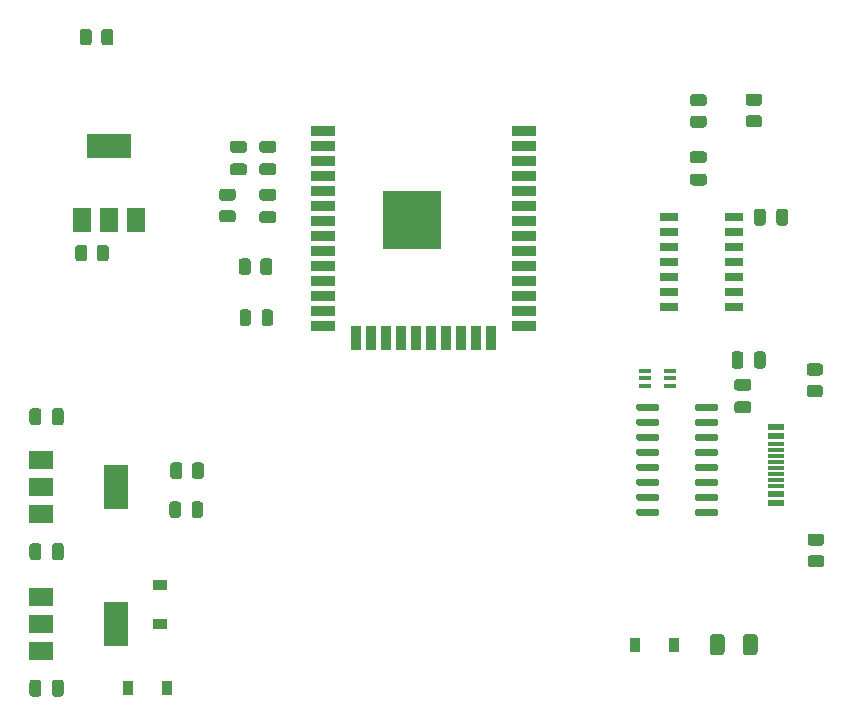
<source format=gbr>
G04 #@! TF.GenerationSoftware,KiCad,Pcbnew,(5.1.8)-1*
G04 #@! TF.CreationDate,2021-05-16T14:51:20+01:00*
G04 #@! TF.ProjectId,jubileev2,6a756269-6c65-4657-9632-2e6b69636164,rev?*
G04 #@! TF.SameCoordinates,Original*
G04 #@! TF.FileFunction,Paste,Top*
G04 #@! TF.FilePolarity,Positive*
%FSLAX46Y46*%
G04 Gerber Fmt 4.6, Leading zero omitted, Abs format (unit mm)*
G04 Created by KiCad (PCBNEW (5.1.8)-1) date 2021-05-16 14:51:20*
%MOMM*%
%LPD*%
G01*
G04 APERTURE LIST*
%ADD10R,1.450000X0.600000*%
%ADD11R,1.450000X0.300000*%
%ADD12R,1.050000X0.450000*%
%ADD13R,5.000000X5.000000*%
%ADD14R,2.000000X0.900000*%
%ADD15R,0.900000X2.000000*%
%ADD16R,1.550000X0.700000*%
%ADD17R,1.200000X0.900000*%
%ADD18R,0.900000X1.200000*%
%ADD19R,1.500000X2.000000*%
%ADD20R,3.800000X2.000000*%
%ADD21R,2.000000X3.800000*%
%ADD22R,2.000000X1.500000*%
G04 APERTURE END LIST*
G04 #@! TO.C,U3*
G36*
G01*
X101818000Y-89908000D02*
X101818000Y-89608000D01*
G75*
G02*
X101968000Y-89458000I150000J0D01*
G01*
X103618000Y-89458000D01*
G75*
G02*
X103768000Y-89608000I0J-150000D01*
G01*
X103768000Y-89908000D01*
G75*
G02*
X103618000Y-90058000I-150000J0D01*
G01*
X101968000Y-90058000D01*
G75*
G02*
X101818000Y-89908000I0J150000D01*
G01*
G37*
G36*
G01*
X101818000Y-91178000D02*
X101818000Y-90878000D01*
G75*
G02*
X101968000Y-90728000I150000J0D01*
G01*
X103618000Y-90728000D01*
G75*
G02*
X103768000Y-90878000I0J-150000D01*
G01*
X103768000Y-91178000D01*
G75*
G02*
X103618000Y-91328000I-150000J0D01*
G01*
X101968000Y-91328000D01*
G75*
G02*
X101818000Y-91178000I0J150000D01*
G01*
G37*
G36*
G01*
X101818000Y-92448000D02*
X101818000Y-92148000D01*
G75*
G02*
X101968000Y-91998000I150000J0D01*
G01*
X103618000Y-91998000D01*
G75*
G02*
X103768000Y-92148000I0J-150000D01*
G01*
X103768000Y-92448000D01*
G75*
G02*
X103618000Y-92598000I-150000J0D01*
G01*
X101968000Y-92598000D01*
G75*
G02*
X101818000Y-92448000I0J150000D01*
G01*
G37*
G36*
G01*
X101818000Y-93718000D02*
X101818000Y-93418000D01*
G75*
G02*
X101968000Y-93268000I150000J0D01*
G01*
X103618000Y-93268000D01*
G75*
G02*
X103768000Y-93418000I0J-150000D01*
G01*
X103768000Y-93718000D01*
G75*
G02*
X103618000Y-93868000I-150000J0D01*
G01*
X101968000Y-93868000D01*
G75*
G02*
X101818000Y-93718000I0J150000D01*
G01*
G37*
G36*
G01*
X101818000Y-94988000D02*
X101818000Y-94688000D01*
G75*
G02*
X101968000Y-94538000I150000J0D01*
G01*
X103618000Y-94538000D01*
G75*
G02*
X103768000Y-94688000I0J-150000D01*
G01*
X103768000Y-94988000D01*
G75*
G02*
X103618000Y-95138000I-150000J0D01*
G01*
X101968000Y-95138000D01*
G75*
G02*
X101818000Y-94988000I0J150000D01*
G01*
G37*
G36*
G01*
X101818000Y-96258000D02*
X101818000Y-95958000D01*
G75*
G02*
X101968000Y-95808000I150000J0D01*
G01*
X103618000Y-95808000D01*
G75*
G02*
X103768000Y-95958000I0J-150000D01*
G01*
X103768000Y-96258000D01*
G75*
G02*
X103618000Y-96408000I-150000J0D01*
G01*
X101968000Y-96408000D01*
G75*
G02*
X101818000Y-96258000I0J150000D01*
G01*
G37*
G36*
G01*
X101818000Y-97528000D02*
X101818000Y-97228000D01*
G75*
G02*
X101968000Y-97078000I150000J0D01*
G01*
X103618000Y-97078000D01*
G75*
G02*
X103768000Y-97228000I0J-150000D01*
G01*
X103768000Y-97528000D01*
G75*
G02*
X103618000Y-97678000I-150000J0D01*
G01*
X101968000Y-97678000D01*
G75*
G02*
X101818000Y-97528000I0J150000D01*
G01*
G37*
G36*
G01*
X101818000Y-98798000D02*
X101818000Y-98498000D01*
G75*
G02*
X101968000Y-98348000I150000J0D01*
G01*
X103618000Y-98348000D01*
G75*
G02*
X103768000Y-98498000I0J-150000D01*
G01*
X103768000Y-98798000D01*
G75*
G02*
X103618000Y-98948000I-150000J0D01*
G01*
X101968000Y-98948000D01*
G75*
G02*
X101818000Y-98798000I0J150000D01*
G01*
G37*
G36*
G01*
X96868000Y-98798000D02*
X96868000Y-98498000D01*
G75*
G02*
X97018000Y-98348000I150000J0D01*
G01*
X98668000Y-98348000D01*
G75*
G02*
X98818000Y-98498000I0J-150000D01*
G01*
X98818000Y-98798000D01*
G75*
G02*
X98668000Y-98948000I-150000J0D01*
G01*
X97018000Y-98948000D01*
G75*
G02*
X96868000Y-98798000I0J150000D01*
G01*
G37*
G36*
G01*
X96868000Y-97528000D02*
X96868000Y-97228000D01*
G75*
G02*
X97018000Y-97078000I150000J0D01*
G01*
X98668000Y-97078000D01*
G75*
G02*
X98818000Y-97228000I0J-150000D01*
G01*
X98818000Y-97528000D01*
G75*
G02*
X98668000Y-97678000I-150000J0D01*
G01*
X97018000Y-97678000D01*
G75*
G02*
X96868000Y-97528000I0J150000D01*
G01*
G37*
G36*
G01*
X96868000Y-96258000D02*
X96868000Y-95958000D01*
G75*
G02*
X97018000Y-95808000I150000J0D01*
G01*
X98668000Y-95808000D01*
G75*
G02*
X98818000Y-95958000I0J-150000D01*
G01*
X98818000Y-96258000D01*
G75*
G02*
X98668000Y-96408000I-150000J0D01*
G01*
X97018000Y-96408000D01*
G75*
G02*
X96868000Y-96258000I0J150000D01*
G01*
G37*
G36*
G01*
X96868000Y-94988000D02*
X96868000Y-94688000D01*
G75*
G02*
X97018000Y-94538000I150000J0D01*
G01*
X98668000Y-94538000D01*
G75*
G02*
X98818000Y-94688000I0J-150000D01*
G01*
X98818000Y-94988000D01*
G75*
G02*
X98668000Y-95138000I-150000J0D01*
G01*
X97018000Y-95138000D01*
G75*
G02*
X96868000Y-94988000I0J150000D01*
G01*
G37*
G36*
G01*
X96868000Y-93718000D02*
X96868000Y-93418000D01*
G75*
G02*
X97018000Y-93268000I150000J0D01*
G01*
X98668000Y-93268000D01*
G75*
G02*
X98818000Y-93418000I0J-150000D01*
G01*
X98818000Y-93718000D01*
G75*
G02*
X98668000Y-93868000I-150000J0D01*
G01*
X97018000Y-93868000D01*
G75*
G02*
X96868000Y-93718000I0J150000D01*
G01*
G37*
G36*
G01*
X96868000Y-92448000D02*
X96868000Y-92148000D01*
G75*
G02*
X97018000Y-91998000I150000J0D01*
G01*
X98668000Y-91998000D01*
G75*
G02*
X98818000Y-92148000I0J-150000D01*
G01*
X98818000Y-92448000D01*
G75*
G02*
X98668000Y-92598000I-150000J0D01*
G01*
X97018000Y-92598000D01*
G75*
G02*
X96868000Y-92448000I0J150000D01*
G01*
G37*
G36*
G01*
X96868000Y-91178000D02*
X96868000Y-90878000D01*
G75*
G02*
X97018000Y-90728000I150000J0D01*
G01*
X98668000Y-90728000D01*
G75*
G02*
X98818000Y-90878000I0J-150000D01*
G01*
X98818000Y-91178000D01*
G75*
G02*
X98668000Y-91328000I-150000J0D01*
G01*
X97018000Y-91328000D01*
G75*
G02*
X96868000Y-91178000I0J150000D01*
G01*
G37*
G36*
G01*
X96868000Y-89908000D02*
X96868000Y-89608000D01*
G75*
G02*
X97018000Y-89458000I150000J0D01*
G01*
X98668000Y-89458000D01*
G75*
G02*
X98818000Y-89608000I0J-150000D01*
G01*
X98818000Y-89908000D01*
G75*
G02*
X98668000Y-90058000I-150000J0D01*
G01*
X97018000Y-90058000D01*
G75*
G02*
X96868000Y-89908000I0J150000D01*
G01*
G37*
G04 #@! TD*
G04 #@! TO.C,C11*
G36*
G01*
X105918000Y-85278000D02*
X105918000Y-86228000D01*
G75*
G02*
X105668000Y-86478000I-250000J0D01*
G01*
X105168000Y-86478000D01*
G75*
G02*
X104918000Y-86228000I0J250000D01*
G01*
X104918000Y-85278000D01*
G75*
G02*
X105168000Y-85028000I250000J0D01*
G01*
X105668000Y-85028000D01*
G75*
G02*
X105918000Y-85278000I0J-250000D01*
G01*
G37*
G36*
G01*
X107818000Y-85278000D02*
X107818000Y-86228000D01*
G75*
G02*
X107568000Y-86478000I-250000J0D01*
G01*
X107068000Y-86478000D01*
G75*
G02*
X106818000Y-86228000I0J250000D01*
G01*
X106818000Y-85278000D01*
G75*
G02*
X107068000Y-85028000I250000J0D01*
G01*
X107568000Y-85028000D01*
G75*
G02*
X107818000Y-85278000I0J-250000D01*
G01*
G37*
G04 #@! TD*
D10*
G04 #@! TO.C,USB1*
X108653000Y-91408000D03*
X108653000Y-97858000D03*
X108653000Y-92183000D03*
X108653000Y-97083000D03*
D11*
X108653000Y-96383000D03*
X108653000Y-92883000D03*
X108653000Y-95883000D03*
X108653000Y-93383000D03*
X108653000Y-95383000D03*
X108653000Y-93883000D03*
X108653000Y-94383000D03*
X108653000Y-94883000D03*
G04 #@! TD*
G04 #@! TO.C,R4*
G36*
G01*
X111517998Y-87865500D02*
X112418002Y-87865500D01*
G75*
G02*
X112668000Y-88115498I0J-249998D01*
G01*
X112668000Y-88640502D01*
G75*
G02*
X112418002Y-88890500I-249998J0D01*
G01*
X111517998Y-88890500D01*
G75*
G02*
X111268000Y-88640502I0J249998D01*
G01*
X111268000Y-88115498D01*
G75*
G02*
X111517998Y-87865500I249998J0D01*
G01*
G37*
G36*
G01*
X111517998Y-86040500D02*
X112418002Y-86040500D01*
G75*
G02*
X112668000Y-86290498I0J-249998D01*
G01*
X112668000Y-86815502D01*
G75*
G02*
X112418002Y-87065500I-249998J0D01*
G01*
X111517998Y-87065500D01*
G75*
G02*
X111268000Y-86815502I0J249998D01*
G01*
X111268000Y-86290498D01*
G75*
G02*
X111517998Y-86040500I249998J0D01*
G01*
G37*
G04 #@! TD*
G04 #@! TO.C,R3*
G36*
G01*
X112518002Y-101465500D02*
X111617998Y-101465500D01*
G75*
G02*
X111368000Y-101215502I0J249998D01*
G01*
X111368000Y-100690498D01*
G75*
G02*
X111617998Y-100440500I249998J0D01*
G01*
X112518002Y-100440500D01*
G75*
G02*
X112768000Y-100690498I0J-249998D01*
G01*
X112768000Y-101215502D01*
G75*
G02*
X112518002Y-101465500I-249998J0D01*
G01*
G37*
G36*
G01*
X112518002Y-103290500D02*
X111617998Y-103290500D01*
G75*
G02*
X111368000Y-103040502I0J249998D01*
G01*
X111368000Y-102515498D01*
G75*
G02*
X111617998Y-102265500I249998J0D01*
G01*
X112518002Y-102265500D01*
G75*
G02*
X112768000Y-102515498I0J-249998D01*
G01*
X112768000Y-103040502D01*
G75*
G02*
X112518002Y-103290500I-249998J0D01*
G01*
G37*
G04 #@! TD*
D12*
G04 #@! TO.C,Q1*
X99668000Y-86653000D03*
X99668000Y-87303000D03*
X99668000Y-87953000D03*
X97568000Y-87953000D03*
X97568000Y-87303000D03*
X97568000Y-86653000D03*
G04 #@! TD*
G04 #@! TO.C,C10*
G36*
G01*
X105393000Y-89253000D02*
X106343000Y-89253000D01*
G75*
G02*
X106593000Y-89503000I0J-250000D01*
G01*
X106593000Y-90003000D01*
G75*
G02*
X106343000Y-90253000I-250000J0D01*
G01*
X105393000Y-90253000D01*
G75*
G02*
X105143000Y-90003000I0J250000D01*
G01*
X105143000Y-89503000D01*
G75*
G02*
X105393000Y-89253000I250000J0D01*
G01*
G37*
G36*
G01*
X105393000Y-87353000D02*
X106343000Y-87353000D01*
G75*
G02*
X106593000Y-87603000I0J-250000D01*
G01*
X106593000Y-88103000D01*
G75*
G02*
X106343000Y-88353000I-250000J0D01*
G01*
X105393000Y-88353000D01*
G75*
G02*
X105143000Y-88103000I0J250000D01*
G01*
X105143000Y-87603000D01*
G75*
G02*
X105393000Y-87353000I250000J0D01*
G01*
G37*
G04 #@! TD*
G04 #@! TO.C,C4*
G36*
G01*
X63643000Y-68203000D02*
X62693000Y-68203000D01*
G75*
G02*
X62443000Y-67953000I0J250000D01*
G01*
X62443000Y-67453000D01*
G75*
G02*
X62693000Y-67203000I250000J0D01*
G01*
X63643000Y-67203000D01*
G75*
G02*
X63893000Y-67453000I0J-250000D01*
G01*
X63893000Y-67953000D01*
G75*
G02*
X63643000Y-68203000I-250000J0D01*
G01*
G37*
G36*
G01*
X63643000Y-70103000D02*
X62693000Y-70103000D01*
G75*
G02*
X62443000Y-69853000I0J250000D01*
G01*
X62443000Y-69353000D01*
G75*
G02*
X62693000Y-69103000I250000J0D01*
G01*
X63643000Y-69103000D01*
G75*
G02*
X63893000Y-69353000I0J-250000D01*
G01*
X63893000Y-69853000D01*
G75*
G02*
X63643000Y-70103000I-250000J0D01*
G01*
G37*
G04 #@! TD*
G04 #@! TO.C,C6*
G36*
G01*
X107815000Y-73185000D02*
X107815000Y-74135000D01*
G75*
G02*
X107565000Y-74385000I-250000J0D01*
G01*
X107065000Y-74385000D01*
G75*
G02*
X106815000Y-74135000I0J250000D01*
G01*
X106815000Y-73185000D01*
G75*
G02*
X107065000Y-72935000I250000J0D01*
G01*
X107565000Y-72935000D01*
G75*
G02*
X107815000Y-73185000I0J-250000D01*
G01*
G37*
G36*
G01*
X109715000Y-73185000D02*
X109715000Y-74135000D01*
G75*
G02*
X109465000Y-74385000I-250000J0D01*
G01*
X108965000Y-74385000D01*
G75*
G02*
X108715000Y-74135000I0J250000D01*
G01*
X108715000Y-73185000D01*
G75*
G02*
X108965000Y-72935000I250000J0D01*
G01*
X109465000Y-72935000D01*
G75*
G02*
X109715000Y-73185000I0J-250000D01*
G01*
G37*
G04 #@! TD*
D13*
G04 #@! TO.C,ANT1*
X77836000Y-73872000D03*
D14*
X87336000Y-66372000D03*
X87336000Y-67642000D03*
X87336000Y-68912000D03*
X87336000Y-70182000D03*
X87336000Y-71452000D03*
X87336000Y-72722000D03*
X87336000Y-73992000D03*
X87336000Y-75262000D03*
X87336000Y-76532000D03*
X87336000Y-77802000D03*
X87336000Y-79072000D03*
X87336000Y-80342000D03*
X87336000Y-81612000D03*
X87336000Y-82882000D03*
D15*
X84551000Y-83882000D03*
X83281000Y-83882000D03*
X82011000Y-83882000D03*
X80741000Y-83882000D03*
X79471000Y-83882000D03*
X78201000Y-83882000D03*
X76931000Y-83882000D03*
X75661000Y-83882000D03*
X74391000Y-83882000D03*
X73121000Y-83882000D03*
D14*
X70336000Y-82882000D03*
X70336000Y-81612000D03*
X70336000Y-80342000D03*
X70336000Y-79072000D03*
X70336000Y-77802000D03*
X70336000Y-76532000D03*
X70336000Y-75262000D03*
X70336000Y-73992000D03*
X70336000Y-72722000D03*
X70336000Y-71452000D03*
X70336000Y-70182000D03*
X70336000Y-68912000D03*
X70336000Y-67642000D03*
X70336000Y-66372000D03*
G04 #@! TD*
D16*
G04 #@! TO.C,IC2*
X105087000Y-73660000D03*
X105087000Y-74930000D03*
X105087000Y-76200000D03*
X105087000Y-77470000D03*
X105087000Y-78740000D03*
X105087000Y-80010000D03*
X105087000Y-81280000D03*
X99637000Y-81280000D03*
X99637000Y-80010000D03*
X99637000Y-78740000D03*
X99637000Y-77470000D03*
X99637000Y-76200000D03*
X99637000Y-74930000D03*
X99637000Y-73660000D03*
G04 #@! TD*
G04 #@! TO.C,R12*
G36*
G01*
X65019500Y-78301002D02*
X65019500Y-77400998D01*
G75*
G02*
X65269498Y-77151000I249998J0D01*
G01*
X65794502Y-77151000D01*
G75*
G02*
X66044500Y-77400998I0J-249998D01*
G01*
X66044500Y-78301002D01*
G75*
G02*
X65794502Y-78551000I-249998J0D01*
G01*
X65269498Y-78551000D01*
G75*
G02*
X65019500Y-78301002I0J249998D01*
G01*
G37*
G36*
G01*
X63194500Y-78301002D02*
X63194500Y-77400998D01*
G75*
G02*
X63444498Y-77151000I249998J0D01*
G01*
X63969502Y-77151000D01*
G75*
G02*
X64219500Y-77400998I0J-249998D01*
G01*
X64219500Y-78301002D01*
G75*
G02*
X63969502Y-78551000I-249998J0D01*
G01*
X63444498Y-78551000D01*
G75*
G02*
X63194500Y-78301002I0J249998D01*
G01*
G37*
G04 #@! TD*
G04 #@! TO.C,D4*
G36*
G01*
X64241500Y-81712750D02*
X64241500Y-82625250D01*
G75*
G02*
X63997750Y-82869000I-243750J0D01*
G01*
X63510250Y-82869000D01*
G75*
G02*
X63266500Y-82625250I0J243750D01*
G01*
X63266500Y-81712750D01*
G75*
G02*
X63510250Y-81469000I243750J0D01*
G01*
X63997750Y-81469000D01*
G75*
G02*
X64241500Y-81712750I0J-243750D01*
G01*
G37*
G36*
G01*
X66116500Y-81712750D02*
X66116500Y-82625250D01*
G75*
G02*
X65872750Y-82869000I-243750J0D01*
G01*
X65385250Y-82869000D01*
G75*
G02*
X65141500Y-82625250I0J243750D01*
G01*
X65141500Y-81712750D01*
G75*
G02*
X65385250Y-81469000I243750J0D01*
G01*
X65872750Y-81469000D01*
G75*
G02*
X66116500Y-81712750I0J-243750D01*
G01*
G37*
G04 #@! TD*
G04 #@! TO.C,C3*
G36*
G01*
X46479000Y-90076000D02*
X46479000Y-91026000D01*
G75*
G02*
X46229000Y-91276000I-250000J0D01*
G01*
X45729000Y-91276000D01*
G75*
G02*
X45479000Y-91026000I0J250000D01*
G01*
X45479000Y-90076000D01*
G75*
G02*
X45729000Y-89826000I250000J0D01*
G01*
X46229000Y-89826000D01*
G75*
G02*
X46479000Y-90076000I0J-250000D01*
G01*
G37*
G36*
G01*
X48379000Y-90076000D02*
X48379000Y-91026000D01*
G75*
G02*
X48129000Y-91276000I-250000J0D01*
G01*
X47629000Y-91276000D01*
G75*
G02*
X47379000Y-91026000I0J250000D01*
G01*
X47379000Y-90076000D01*
G75*
G02*
X47629000Y-89826000I250000J0D01*
G01*
X48129000Y-89826000D01*
G75*
G02*
X48379000Y-90076000I0J-250000D01*
G01*
G37*
G04 #@! TD*
G04 #@! TO.C,R2*
G36*
G01*
X62680002Y-72267500D02*
X61779998Y-72267500D01*
G75*
G02*
X61530000Y-72017502I0J249998D01*
G01*
X61530000Y-71492498D01*
G75*
G02*
X61779998Y-71242500I249998J0D01*
G01*
X62680002Y-71242500D01*
G75*
G02*
X62930000Y-71492498I0J-249998D01*
G01*
X62930000Y-72017502D01*
G75*
G02*
X62680002Y-72267500I-249998J0D01*
G01*
G37*
G36*
G01*
X62680002Y-74092500D02*
X61779998Y-74092500D01*
G75*
G02*
X61530000Y-73842502I0J249998D01*
G01*
X61530000Y-73317498D01*
G75*
G02*
X61779998Y-73067500I249998J0D01*
G01*
X62680002Y-73067500D01*
G75*
G02*
X62930000Y-73317498I0J-249998D01*
G01*
X62930000Y-73842502D01*
G75*
G02*
X62680002Y-74092500I-249998J0D01*
G01*
G37*
G04 #@! TD*
G04 #@! TO.C,C8*
G36*
G01*
X65184000Y-73155000D02*
X66134000Y-73155000D01*
G75*
G02*
X66384000Y-73405000I0J-250000D01*
G01*
X66384000Y-73905000D01*
G75*
G02*
X66134000Y-74155000I-250000J0D01*
G01*
X65184000Y-74155000D01*
G75*
G02*
X64934000Y-73905000I0J250000D01*
G01*
X64934000Y-73405000D01*
G75*
G02*
X65184000Y-73155000I250000J0D01*
G01*
G37*
G36*
G01*
X65184000Y-71255000D02*
X66134000Y-71255000D01*
G75*
G02*
X66384000Y-71505000I0J-250000D01*
G01*
X66384000Y-72005000D01*
G75*
G02*
X66134000Y-72255000I-250000J0D01*
G01*
X65184000Y-72255000D01*
G75*
G02*
X64934000Y-72005000I0J250000D01*
G01*
X64934000Y-71505000D01*
G75*
G02*
X65184000Y-71255000I250000J0D01*
G01*
G37*
G04 #@! TD*
G04 #@! TO.C,C2*
G36*
G01*
X46479000Y-113063000D02*
X46479000Y-114013000D01*
G75*
G02*
X46229000Y-114263000I-250000J0D01*
G01*
X45729000Y-114263000D01*
G75*
G02*
X45479000Y-114013000I0J250000D01*
G01*
X45479000Y-113063000D01*
G75*
G02*
X45729000Y-112813000I250000J0D01*
G01*
X46229000Y-112813000D01*
G75*
G02*
X46479000Y-113063000I0J-250000D01*
G01*
G37*
G36*
G01*
X48379000Y-113063000D02*
X48379000Y-114013000D01*
G75*
G02*
X48129000Y-114263000I-250000J0D01*
G01*
X47629000Y-114263000D01*
G75*
G02*
X47379000Y-114013000I0J250000D01*
G01*
X47379000Y-113063000D01*
G75*
G02*
X47629000Y-112813000I250000J0D01*
G01*
X48129000Y-112813000D01*
G75*
G02*
X48379000Y-113063000I0J-250000D01*
G01*
G37*
G04 #@! TD*
G04 #@! TO.C,C1*
G36*
G01*
X46479000Y-101506000D02*
X46479000Y-102456000D01*
G75*
G02*
X46229000Y-102706000I-250000J0D01*
G01*
X45729000Y-102706000D01*
G75*
G02*
X45479000Y-102456000I0J250000D01*
G01*
X45479000Y-101506000D01*
G75*
G02*
X45729000Y-101256000I250000J0D01*
G01*
X46229000Y-101256000D01*
G75*
G02*
X46479000Y-101506000I0J-250000D01*
G01*
G37*
G36*
G01*
X48379000Y-101506000D02*
X48379000Y-102456000D01*
G75*
G02*
X48129000Y-102706000I-250000J0D01*
G01*
X47629000Y-102706000D01*
G75*
G02*
X47379000Y-102456000I0J250000D01*
G01*
X47379000Y-101506000D01*
G75*
G02*
X47629000Y-101256000I250000J0D01*
G01*
X48129000Y-101256000D01*
G75*
G02*
X48379000Y-101506000I0J-250000D01*
G01*
G37*
G04 #@! TD*
G04 #@! TO.C,F1*
G36*
G01*
X105877000Y-110480000D02*
X105877000Y-109230000D01*
G75*
G02*
X106127000Y-108980000I250000J0D01*
G01*
X106877000Y-108980000D01*
G75*
G02*
X107127000Y-109230000I0J-250000D01*
G01*
X107127000Y-110480000D01*
G75*
G02*
X106877000Y-110730000I-250000J0D01*
G01*
X106127000Y-110730000D01*
G75*
G02*
X105877000Y-110480000I0J250000D01*
G01*
G37*
G36*
G01*
X103077000Y-110480000D02*
X103077000Y-109230000D01*
G75*
G02*
X103327000Y-108980000I250000J0D01*
G01*
X104077000Y-108980000D01*
G75*
G02*
X104327000Y-109230000I0J-250000D01*
G01*
X104327000Y-110480000D01*
G75*
G02*
X104077000Y-110730000I-250000J0D01*
G01*
X103327000Y-110730000D01*
G75*
G02*
X103077000Y-110480000I0J250000D01*
G01*
G37*
G04 #@! TD*
D17*
G04 #@! TO.C,D5*
X56515000Y-108077000D03*
X56515000Y-104777000D03*
G04 #@! TD*
D18*
G04 #@! TO.C,D3*
X100025000Y-109855000D03*
X96725000Y-109855000D03*
G04 #@! TD*
G04 #@! TO.C,D2*
X57149000Y-113538000D03*
X53849000Y-113538000D03*
G04 #@! TD*
G04 #@! TO.C,C5*
G36*
G01*
X65184000Y-69091000D02*
X66134000Y-69091000D01*
G75*
G02*
X66384000Y-69341000I0J-250000D01*
G01*
X66384000Y-69841000D01*
G75*
G02*
X66134000Y-70091000I-250000J0D01*
G01*
X65184000Y-70091000D01*
G75*
G02*
X64934000Y-69841000I0J250000D01*
G01*
X64934000Y-69341000D01*
G75*
G02*
X65184000Y-69091000I250000J0D01*
G01*
G37*
G36*
G01*
X65184000Y-67191000D02*
X66134000Y-67191000D01*
G75*
G02*
X66384000Y-67441000I0J-250000D01*
G01*
X66384000Y-67941000D01*
G75*
G02*
X66134000Y-68191000I-250000J0D01*
G01*
X65184000Y-68191000D01*
G75*
G02*
X64934000Y-67941000I0J250000D01*
G01*
X64934000Y-67441000D01*
G75*
G02*
X65184000Y-67191000I250000J0D01*
G01*
G37*
G04 #@! TD*
G04 #@! TO.C,C12*
G36*
G01*
X101633000Y-68080000D02*
X102583000Y-68080000D01*
G75*
G02*
X102833000Y-68330000I0J-250000D01*
G01*
X102833000Y-68830000D01*
G75*
G02*
X102583000Y-69080000I-250000J0D01*
G01*
X101633000Y-69080000D01*
G75*
G02*
X101383000Y-68830000I0J250000D01*
G01*
X101383000Y-68330000D01*
G75*
G02*
X101633000Y-68080000I250000J0D01*
G01*
G37*
G36*
G01*
X101633000Y-69980000D02*
X102583000Y-69980000D01*
G75*
G02*
X102833000Y-70230000I0J-250000D01*
G01*
X102833000Y-70730000D01*
G75*
G02*
X102583000Y-70980000I-250000J0D01*
G01*
X101633000Y-70980000D01*
G75*
G02*
X101383000Y-70730000I0J250000D01*
G01*
X101383000Y-70230000D01*
G75*
G02*
X101633000Y-69980000I250000J0D01*
G01*
G37*
G04 #@! TD*
G04 #@! TO.C,D1*
G36*
G01*
X60177500Y-97968750D02*
X60177500Y-98881250D01*
G75*
G02*
X59933750Y-99125000I-243750J0D01*
G01*
X59446250Y-99125000D01*
G75*
G02*
X59202500Y-98881250I0J243750D01*
G01*
X59202500Y-97968750D01*
G75*
G02*
X59446250Y-97725000I243750J0D01*
G01*
X59933750Y-97725000D01*
G75*
G02*
X60177500Y-97968750I0J-243750D01*
G01*
G37*
G36*
G01*
X58302500Y-97968750D02*
X58302500Y-98881250D01*
G75*
G02*
X58058750Y-99125000I-243750J0D01*
G01*
X57571250Y-99125000D01*
G75*
G02*
X57327500Y-98881250I0J243750D01*
G01*
X57327500Y-97968750D01*
G75*
G02*
X57571250Y-97725000I243750J0D01*
G01*
X58058750Y-97725000D01*
G75*
G02*
X58302500Y-97968750I0J-243750D01*
G01*
G37*
G04 #@! TD*
D19*
G04 #@! TO.C,Q3*
X49897000Y-73914000D03*
X54497000Y-73914000D03*
X52197000Y-73914000D03*
D20*
X52197000Y-67614000D03*
G04 #@! TD*
G04 #@! TO.C,R1*
G36*
G01*
X57399500Y-95573002D02*
X57399500Y-94672998D01*
G75*
G02*
X57649498Y-94423000I249998J0D01*
G01*
X58174502Y-94423000D01*
G75*
G02*
X58424500Y-94672998I0J-249998D01*
G01*
X58424500Y-95573002D01*
G75*
G02*
X58174502Y-95823000I-249998J0D01*
G01*
X57649498Y-95823000D01*
G75*
G02*
X57399500Y-95573002I0J249998D01*
G01*
G37*
G36*
G01*
X59224500Y-95573002D02*
X59224500Y-94672998D01*
G75*
G02*
X59474498Y-94423000I249998J0D01*
G01*
X59999502Y-94423000D01*
G75*
G02*
X60249500Y-94672998I0J-249998D01*
G01*
X60249500Y-95573002D01*
G75*
G02*
X59999502Y-95823000I-249998J0D01*
G01*
X59474498Y-95823000D01*
G75*
G02*
X59224500Y-95573002I0J249998D01*
G01*
G37*
G04 #@! TD*
G04 #@! TO.C,R8*
G36*
G01*
X107257002Y-64219500D02*
X106356998Y-64219500D01*
G75*
G02*
X106107000Y-63969502I0J249998D01*
G01*
X106107000Y-63444498D01*
G75*
G02*
X106356998Y-63194500I249998J0D01*
G01*
X107257002Y-63194500D01*
G75*
G02*
X107507000Y-63444498I0J-249998D01*
G01*
X107507000Y-63969502D01*
G75*
G02*
X107257002Y-64219500I-249998J0D01*
G01*
G37*
G36*
G01*
X107257002Y-66044500D02*
X106356998Y-66044500D01*
G75*
G02*
X106107000Y-65794502I0J249998D01*
G01*
X106107000Y-65269498D01*
G75*
G02*
X106356998Y-65019500I249998J0D01*
G01*
X107257002Y-65019500D01*
G75*
G02*
X107507000Y-65269498I0J-249998D01*
G01*
X107507000Y-65794502D01*
G75*
G02*
X107257002Y-66044500I-249998J0D01*
G01*
G37*
G04 #@! TD*
G04 #@! TO.C,R9*
G36*
G01*
X102558002Y-66091500D02*
X101657998Y-66091500D01*
G75*
G02*
X101408000Y-65841502I0J249998D01*
G01*
X101408000Y-65316498D01*
G75*
G02*
X101657998Y-65066500I249998J0D01*
G01*
X102558002Y-65066500D01*
G75*
G02*
X102808000Y-65316498I0J-249998D01*
G01*
X102808000Y-65841502D01*
G75*
G02*
X102558002Y-66091500I-249998J0D01*
G01*
G37*
G36*
G01*
X102558002Y-64266500D02*
X101657998Y-64266500D01*
G75*
G02*
X101408000Y-64016502I0J249998D01*
G01*
X101408000Y-63491498D01*
G75*
G02*
X101657998Y-63241500I249998J0D01*
G01*
X102558002Y-63241500D01*
G75*
G02*
X102808000Y-63491498I0J-249998D01*
G01*
X102808000Y-64016502D01*
G75*
G02*
X102558002Y-64266500I-249998J0D01*
G01*
G37*
G04 #@! TD*
G04 #@! TO.C,R10*
G36*
G01*
X49351500Y-77158002D02*
X49351500Y-76257998D01*
G75*
G02*
X49601498Y-76008000I249998J0D01*
G01*
X50126502Y-76008000D01*
G75*
G02*
X50376500Y-76257998I0J-249998D01*
G01*
X50376500Y-77158002D01*
G75*
G02*
X50126502Y-77408000I-249998J0D01*
G01*
X49601498Y-77408000D01*
G75*
G02*
X49351500Y-77158002I0J249998D01*
G01*
G37*
G36*
G01*
X51176500Y-77158002D02*
X51176500Y-76257998D01*
G75*
G02*
X51426498Y-76008000I249998J0D01*
G01*
X51951502Y-76008000D01*
G75*
G02*
X52201500Y-76257998I0J-249998D01*
G01*
X52201500Y-77158002D01*
G75*
G02*
X51951502Y-77408000I-249998J0D01*
G01*
X51426498Y-77408000D01*
G75*
G02*
X51176500Y-77158002I0J249998D01*
G01*
G37*
G04 #@! TD*
G04 #@! TO.C,R11*
G36*
G01*
X51557500Y-58870002D02*
X51557500Y-57969998D01*
G75*
G02*
X51807498Y-57720000I249998J0D01*
G01*
X52332502Y-57720000D01*
G75*
G02*
X52582500Y-57969998I0J-249998D01*
G01*
X52582500Y-58870002D01*
G75*
G02*
X52332502Y-59120000I-249998J0D01*
G01*
X51807498Y-59120000D01*
G75*
G02*
X51557500Y-58870002I0J249998D01*
G01*
G37*
G36*
G01*
X49732500Y-58870002D02*
X49732500Y-57969998D01*
G75*
G02*
X49982498Y-57720000I249998J0D01*
G01*
X50507502Y-57720000D01*
G75*
G02*
X50757500Y-57969998I0J-249998D01*
G01*
X50757500Y-58870002D01*
G75*
G02*
X50507502Y-59120000I-249998J0D01*
G01*
X49982498Y-59120000D01*
G75*
G02*
X49732500Y-58870002I0J249998D01*
G01*
G37*
G04 #@! TD*
D21*
G04 #@! TO.C,U1*
X52782000Y-96506000D03*
D22*
X46482000Y-96506000D03*
X46482000Y-98806000D03*
X46482000Y-94206000D03*
G04 #@! TD*
D21*
G04 #@! TO.C,U2*
X52782000Y-108077000D03*
D22*
X46482000Y-108077000D03*
X46482000Y-110377000D03*
X46482000Y-105777000D03*
G04 #@! TD*
M02*

</source>
